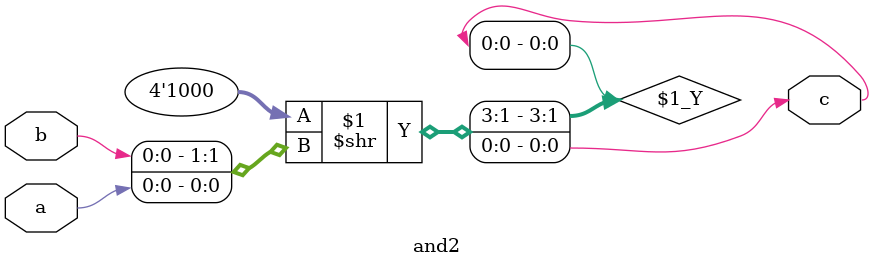
<source format=v>
/* Generated by Yosys 0.51+17 (git sha1 42ca75b6b, g++ 11.4.0-13 -fPIC -O3) */

module and2(a, b, c);
  input a;
  wire a;
  input b;
  wire b;
  output c;
  wire c;
  assign c = 4'b1000 >> { b, a };
endmodule

</source>
